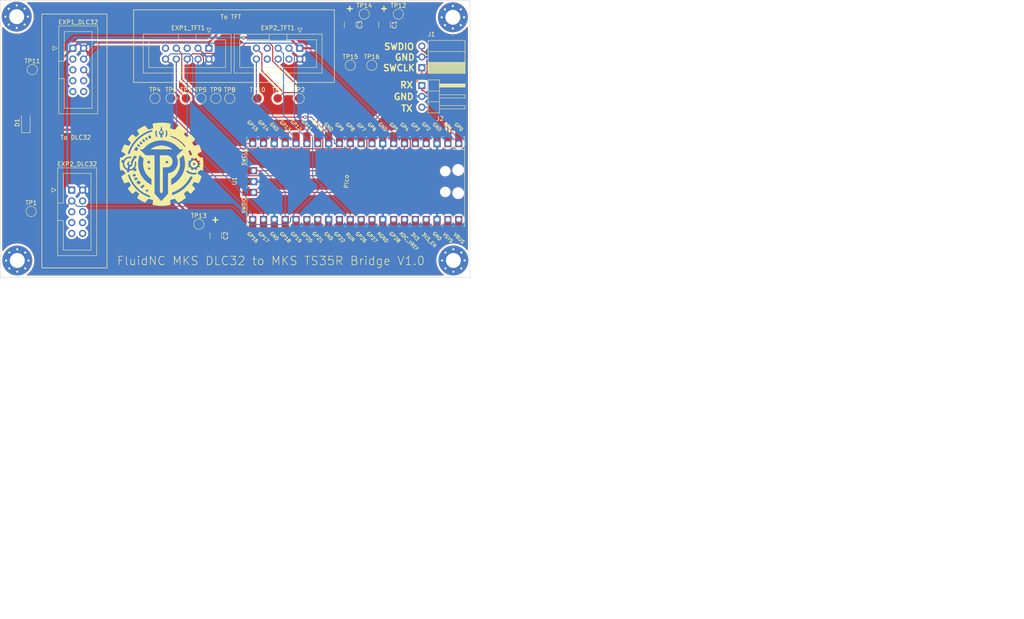
<source format=kicad_pcb>
(kicad_pcb (version 20240108) (generator "pcbnew") (generator_version "8.0")
  (layers (0 "F.Cu" signal) (31 "B.Cu" signal) (34 "B.Paste" user) (35 "F.Paste" user) (36 "B.SilkS" user "B.Silkscreen") (37 "F.SilkS" user "F.Silkscreen") (38 "B.Mask" user) (39 "F.Mask" user) (44 "Edge.Cuts" user))
  (net 0 "")
  (net 1 "+5V")
  (net 2 "GND")
  (net 4 "UART_RX")
  (net 6 "UART_TX")
  (net 11 "LCD_RS")
  (net 12 "LCD_CS")
  (net 14 "TOUCH_CS")
  (net 15 "LCD_RESET")
  (net 16 "LCD_BACKLIGHT")
  (net 18 "BEEPER")
  (net 19 "+3V3")
  (net 20 "RESET")
  (net 29 "MOSI")
  (net 33 "SCK")
  (net 34 "MISO")
  (net 35 "RX")
  (net 36 "TX")
  (net 52 "SWDIO")
  (net 53 "SWCLK")
  (net 73 "VDD")
  (footprint "TestPoint:TestPoint_Pad_D2.0mm" (layer "F.Cu") (at 127 68)
    (property "Reference" "TP6" (at 0 -1.998 0) (layer "F.SilkS"))
    (property "Value" "TestPoint")
    (pad "1" smd circle (at 0 0) (size 2 2) (layers "F.Cu" "F.Mask") (net 18 "BEEPER"))
  )
  (footprint "TestPoint:TestPoint_Pad_D2.0mm" (layer "F.Cu") (at 147.25 68)
    (property "Reference" "TP10" (at 0 -1.998 0) (layer "F.SilkS"))
    (property "Value" "TestPoint")
    (pad "1" smd circle (at 0 0) (size 2 2) (layers "F.Cu" "F.Mask") (net 34 "MISO"))
  )
  (footprint "Connector_IDC:IDC-Header_2x05_P2.54mm_Vertical" (layer "F.Cu") (at 157.16 56.25 -90)
    (property "Reference" "EXP2_TFT1" (at -4.75 5.16 180) (layer "F.SilkS"))
    (property "Value" "Conn_02x05_Odd_Even" (hide yes))
    (pad "1" thru_hole roundrect (at 0 0 270) (size 1.7 1.7) (drill 1) (layers "*.Cu" "*.Mask") (roundrect_rratio 0.1470588235) (net 19 "+3V3"))
    (pad "2" thru_hole circle (at 2.54 0 270) (size 1.7 1.7) (drill 1) (layers "*.Cu" "*.Mask") (net 2 "GND"))
    (pad "3" thru_hole circle (at 0 2.54 270) (size 1.7 1.7) (drill 1) (layers "*.Cu" "*.Mask") (net 20 "RESET"))
    (pad "4" thru_hole circle (at 2.54 2.54 270) (size 1.7 1.7) (drill 1) (layers "*.Cu" "*.Mask"))
    (pad "5" thru_hole circle (at 0 5.08 270) (size 1.7 1.7) (drill 1) (layers "*.Cu" "*.Mask") (net 29 "MOSI"))
    (pad "6" thru_hole circle (at 2.54 5.08 270) (size 1.7 1.7) (drill 1) (layers "*.Cu" "*.Mask"))
    (pad "7" thru_hole circle (at 0 7.62 270) (size 1.7 1.7) (drill 1) (layers "*.Cu" "*.Mask"))
    (pad "8" thru_hole circle (at 2.54 7.62 270) (size 1.7 1.7) (drill 1) (layers "*.Cu" "*.Mask"))
    (pad "9" thru_hole circle (at 0 10.16 270) (size 1.7 1.7) (drill 1) (layers "*.Cu" "*.Mask") (net 33 "SCK"))
    (pad "10" thru_hole circle (at 2.54 10.16 270) (size 1.7 1.7) (drill 1) (layers "*.Cu" "*.Mask") (net 34 "MISO"))
  )
  (footprint "Capacitor_SMD:C_1210_3225Metric_Pad1.33x2.70mm_HandSolder" (layer "F.Cu") (at 137.5 100.1875 -90)
    (property "Reference" "C2" (at 0 -2.3 90) (layer "F.SilkS"))
    (property "Value" "C_Polarized")
    (pad "1" smd roundrect (at -1.5625 0 270) (size 1.325 2.7) (layers "F.Cu" "F.Paste" "F.Mask") (roundrect_rratio 0.1886792453) (net 73 "VDD"))
    (pad "2" smd roundrect (at 1.5625 0 270) (size 1.325 2.7) (layers "F.Cu" "F.Paste" "F.Mask") (roundrect_rratio 0.1886792453) (net 2 "GND"))
  )
  (footprint "TestPoint:TestPoint_Pad_D2.0mm" (layer "F.Cu") (at 180.25 48.25)
    (property "Reference" "TP12" (at 0 -1.998 0) (layer "F.SilkS"))
    (property "Value" "TestPoint")
    (pad "1" smd circle (at 0 0) (size 2 2) (layers "F.Cu" "F.Mask") (net 19 "+3V3"))
  )
  (footprint "TestPoint:TestPoint_Pad_D2.0mm" (layer "F.Cu") (at 94.5 61.25)
    (property "Reference" "TP11" (at 0 -1.998 0) (layer "F.SilkS"))
    (property "Value" "TestPoint")
    (pad "1" smd circle (at 0 0) (size 2 2) (layers "F.Cu" "F.Mask") (net 2 "GND"))
  )
  (footprint "Capacitor_SMD:C_1210_3225Metric_Pad1.33x2.70mm_HandSolder" (layer "F.Cu") (at 168.9375 50.75 -90)
    (property "Reference" "C3" (at 0 -2.3 90) (layer "F.SilkS"))
    (property "Value" "C_Polarized")
    (pad "1" smd roundrect (at -1.5625 0 270) (size 1.325 2.7) (layers "F.Cu" "F.Paste" "F.Mask") (roundrect_rratio 0.1886792453) (net 1 "+5V"))
    (pad "2" smd roundrect (at 1.5625 0 270) (size 1.325 2.7) (layers "F.Cu" "F.Paste" "F.Mask") (roundrect_rratio 0.1886792453) (net 2 "GND"))
  )
  (footprint "TestPoint:TestPoint_Pad_D2.0mm" (layer "F.Cu") (at 133.5 97.5)
    (property "Reference" "TP13" (at 0 -1.998 0) (layer "F.SilkS"))
    (property "Value" "TestPoint")
    (pad "1" smd circle (at 0 0) (size 2 2) (layers "F.Cu" "F.Mask") (net 73 "VDD"))
  )
  (footprint "Connector_IDC:IDC-Header_2x05_P2.54mm_Vertical" (layer "F.Cu") (at 135.87 56.25 -90)
    (property "Reference" "EXP1_TFT1" (at -4.75 4.87 180) (layer "F.SilkS"))
    (property "Value" "Conn_02x05_Odd_Even" (hide yes))
    (pad "1" thru_hole roundrect (at 0 0 270) (size 1.7 1.7) (drill 1) (layers "*.Cu" "*.Mask") (roundrect_rratio 0.1470588235) (net 1 "+5V"))
    (pad "2" thru_hole circle (at 2.54 0 270) (size 1.7 1.7) (drill 1) (layers "*.Cu" "*.Mask") (net 2 "GND"))
    (pad "3" thru_hole circle (at 0 2.54 270) (size 1.7 1.7) (drill 1) (layers "*.Cu" "*.Mask") (net 11 "LCD_RS"))
    (pad "4" thru_hole circle (at 2.54 2.54 270) (size 1.7 1.7) (drill 1) (layers "*.Cu" "*.Mask") (net 12 "LCD_CS"))
    (pad "5" thru_hole circle (at 0 5.08 270) (size 1.7 1.7) (drill 1) (layers "*.Cu" "*.Mask"))
    (pad "6" thru_hole circle (at 2.54 5.08 270) (size 1.7 1.7) (drill 1) (layers "*.Cu" "*.Mask") (net 14 "TOUCH_CS"))
    (pad "7" thru_hole circle (at 0 7.62 270) (size 1.7 1.7) (drill 1) (layers "*.Cu" "*.Mask") (net 15 "LCD_RESET"))
    (pad "8" thru_hole circle (at 2.54 7.62 270) (size 1.7 1.7) (drill 1) (layers "*.Cu" "*.Mask") (net 16 "LCD_BACKLIGHT"))
    (pad "9" thru_hole circle (at 0 10.16 270) (size 1.7 1.7) (drill 1) (layers "*.Cu" "*.Mask"))
    (pad "10" thru_hole circle (at 2.54 10.16 270) (size 1.7 1.7) (drill 1) (layers "*.Cu" "*.Mask") (net 18 "BEEPER"))
  )
  (footprint "TestPoint:TestPoint_Pad_D2.0mm" (layer "F.Cu") (at 94.25 94.5)
    (property "Reference" "TP1" (at 0 -1.998 0) (layer "F.SilkS"))
    (property "Value" "TestPoint")
    (pad "1" smd circle (at 0 0) (size 2 2) (layers "F.Cu" "F.Mask") (net 20 "RESET"))
  )
  (footprint "Diode_SMD:D_SOD-123" (layer "F.Cu") (at 93 73.7 90)
    (property "Reference" "D1" (at 0 -2 90) (layer "F.SilkS"))
    (property "Value" "D_Schottky")
    (pad "1" smd roundrect (at -1.65 0 90) (size 0.9 1.2) (layers "F.Cu" "F.Paste" "F.Mask") (net 73 "VDD"))
    (pad "2" smd roundrect (at 1.65 0 90) (size 0.9 1.2) (layers "F.Cu" "F.Paste" "F.Mask") (net 1 "+5V"))
  )
  (footprint "TestPoint:TestPoint_Pad_D2.0mm" (layer "F.Cu") (at 123.25 68)
    (property "Reference" "TP4" (at 0 -1.998 0) (layer "F.SilkS"))
    (property "Value" "TestPoint")
    (pad "1" smd circle (at 0 0) (size 2 2) (layers "F.Cu" "F.Mask") (net 11 "LCD_RS"))
  )
  (footprint "TestPoint:TestPoint_Pad_D2.0mm" (layer "F.Cu") (at 157 68)
    (property "Reference" "TP2" (at 0 -1.998 0) (layer "F.SilkS"))
    (property "Value" "TestPoint")
    (pad "1" smd circle (at 0 0) (size 2 2) (layers "F.Cu" "F.Mask") (net 29 "MOSI"))
  )
  (footprint "MountingHole:MountingHole_3.5mm_Pad_Via" (layer "F.Cu") (at 91 106)
    (property "Reference" "Hole3" (hide yes))
    (property "Value" "MountingHole_3.5mm_Pad_Via" (hide yes))
    (pad "1" thru_hole circle (at -2.625 0) (size 0.8 0.8) (drill 0.5) (layers "*.Cu" "*.Mask"))
    (pad "1" thru_hole circle (at -1.856155 -1.856155) (size 0.8 0.8) (drill 0.5) (layers "*.Cu" "*.Mask"))
    (pad "1" thru_hole circle (at -1.856155 1.856155) (size 0.8 0.8) (drill 0.5) (layers "*.Cu" "*.Mask"))
    (pad "1" thru_hole circle (at 0 -2.625) (size 0.8 0.8) (drill 0.5) (layers "*.Cu" "*.Mask"))
    (pad "1" thru_hole circle (at 0 0) (size 7 7) (drill 3.5) (layers "*.Cu" "*.Mask"))
    (pad "1" thru_hole circle (at 0 2.625) (size 0.8 0.8) (drill 0.5) (layers "*.Cu" "*.Mask"))
    (pad "1" thru_hole circle (at 1.856155 -1.856155) (size 0.8 0.8) (drill 0.5) (layers "*.Cu" "*.Mask"))
    (pad "1" thru_hole circle (at 1.856155 1.856155) (size 0.8 0.8) (drill 0.5) (layers "*.Cu" "*.Mask"))
    (pad "1" thru_hole circle (at 2.625 0) (size 0.8 0.8) (drill 0.5) (layers "*.Cu" "*.Mask"))
  )
  (footprint "Connector_IDC:IDC-Header_2x05_P2.54mm_Vertical" (layer "F.Cu") (at 103.75 89.5)
    (property "Reference" "EXP2_DLC32" (at 1.27 -6.1 0) (layer "F.SilkS"))
    (property "Value" "Conn_02x05_Odd_Even" (hide yes))
    (pad "1" thru_hole roundrect (at 0 0) (size 1.7 1.7) (drill 1) (layers "*.Cu" "*.Mask") (roundrect_rratio 0.1470588235) (net 19 "+3V3"))
    (pad "2" thru_hole circle (at 2.54 0) (size 1.7 1.7) (drill 1) (layers "*.Cu" "*.Mask") (net 2 "GND"))
    (pad "3" thru_hole circle (at 0 2.54) (size 1.7 1.7) (drill 1) (layers "*.Cu" "*.Mask") (net 20 "RESET"))
    (pad "4" thru_hole circle (at 2.54 2.54) (size 1.7 1.7) (drill 1) (layers "*.Cu" "*.Mask"))
    (pad "5" thru_hole circle (at 0 5.08) (size 1.7 1.7) (drill 1) (layers "*.Cu" "*.Mask"))
    (pad "6" thru_hole circle (at 2.54 5.08) (size 1.7 1.7) (drill 1) (layers "*.Cu" "*.Mask"))
    (pad "7" thru_hole circle (at 0 7.62) (size 1.7 1.7) (drill 1) (layers "*.Cu" "*.Mask"))
    (pad "8" thru_hole circle (at 2.54 7.62) (size 1.7 1.7) (drill 1) (layers "*.Cu" "*.Mask"))
    (pad "9" thru_hole circle (at 0 10.16) (size 1.7 1.7) (drill 1) (layers "*.Cu" "*.Mask"))
    (pad "10" thru_hole circle (at 2.54 10.16) (size 1.7 1.7) (drill 1) (layers "*.Cu" "*.Mask"))
  )
  (footprint "TestPoint:TestPoint_Pad_D2.0mm" (layer "F.Cu") (at 172.25 48.25)
    (property "Reference" "TP14" (at 0 -1.998 0) (layer "F.SilkS"))
    (property "Value" "TestPoint")
    (pad "1" smd circle (at 0 0) (size 2 2) (layers "F.Cu" "F.Mask") (net 1 "+5V"))
  )
  (footprint "TestPoint:TestPoint_Pad_D2.0mm" (layer "F.Cu") (at 174 60.25)
    (property "Reference" "TP16" (at 0 -1.998 0) (layer "F.SilkS"))
    (property "Value" "TestPoint")
    (pad "1" smd circle (at 0 0) (size 2 2) (layers "F.Cu" "F.Mask") (net 2 "GND"))
  )
  (footprint "MountingHole:MountingHole_3.5mm_Pad_Via" (layer "F.Cu") (at 90.8562 48.8562)
    (property "Reference" "Hole4" (hide yes))
    (property "Value" "MountingHole_3.5mm_Pad_Via" (hide yes))
    (pad "1" thru_hole circle (at -2.625 0) (size 0.8 0.8) (drill 0.5) (layers "*.Cu" "*.Mask"))
    (pad "1" thru_hole circle (at -1.856155 -1.856155) (size 0.8 0.8) (drill 0.5) (layers "*.Cu" "*.Mask"))
    (pad "1" thru_hole circle (at -1.856155 1.856155) (size 0.8 0.8) (drill 0.5) (layers "*.Cu" "*.Mask"))
    (pad "1" thru_hole circle (at 0 -2.625) (size 0.8 0.8) (drill 0.5) (layers "*.Cu" "*.Mask"))
    (pad "1" thru_hole circle (at 0 0) (size 7 7) (drill 3.5) (layers "*.Cu" "*.Mask"))
    (pad "1" thru_hole circle (at 0 2.625) (size 0.8 0.8) (drill 0.5) (layers "*.Cu" "*.Mask"))
    (pad "1" thru_hole circle (at 1.856155 -1.856155) (size 0.8 0.8) (drill 0.5) (layers "*.Cu" "*.Mask"))
    (pad "1" thru_hole circle (at 1.856155 1.856155) (size 0.8 0.8) (drill 0.5) (layers "*.Cu" "*.Mask"))
    (pad "1" thru_hole circle (at 2.625 0) (size 0.8 0.8) (drill 0.5) (layers "*.Cu" "*.Mask"))
  )
  (footprint "MountingHole:MountingHole_3.5mm_Pad_Via" (layer "F.Cu") (at 193.125 106)
    (property "Reference" "GND" (hide yes))
    (property "Value" "MountingHole_3.5mm_Pad_Via" (hide yes))
    (pad "1" thru_hole circle (at -2.625 0) (size 0.8 0.8) (drill 0.5) (layers "*.Cu" "*.Mask"))
    (pad "1" thru_hole circle (at -1.856155 -1.856155) (size 0.8 0.8) (drill 0.5) (layers "*.Cu" "*.Mask"))
    (pad "1" thru_hole circle (at -1.856155 1.856155) (size 0.8 0.8) (drill 0.5) (layers "*.Cu" "*.Mask"))
    (pad "1" thru_hole circle (at 0 -2.625) (size 0.8 0.8) (drill 0.5) (layers "*.Cu" "*.Mask"))
    (pad "1" thru_hole circle (at 0 0) (size 7 7) (drill 3.5) (layers "*.Cu" "*.Mask"))
    (pad "1" thru_hole circle (at 0 2.625) (size 0.8 0.8) (drill 0.5) (layers "*.Cu" "*.Mask"))
    (pad "1" thru_hole circle (at 1.856155 -1.856155) (size 0.8 0.8) (drill 0.5) (layers "*.Cu" "*.Mask"))
    (pad "1" thru_hole circle (at 1.856155 1.856155) (size 0.8 0.8) (drill 0.5) (layers "*.Cu" "*.Mask"))
    (pad "1" thru_hole circle (at 2.625 0) (size 0.8 0.8) (drill 0.5) (layers "*.Cu" "*.Mask"))
  )
  (footprint "MountingHole:MountingHole_3.5mm_Pad_Via" (layer "F.Cu") (at 193 49)
    (property "Reference" "Hole1" (hide yes))
    (property "Value" "MountingHole_3.5mm_Pad_Via" (hide yes))
    (pad "1" thru_hole circle (at -2.625 0) (size 0.8 0.8) (drill 0.5) (layers "*.Cu" "*.Mask"))
    (pad "1" thru_hole circle (at -1.856155 -1.856155) (size 0.8 0.8) (drill 0.5) (layers "*.Cu" "*.Mask"))
    (pad "1" thru_hole circle (at -1.856155 1.856155) (size 0.8 0.8) (drill 0.5) (layers "*.Cu" "*.Mask"))
    (pad "1" thru_hole circle (at 0 -2.625) (size 0.8 0.8) (drill 0.5) (layers "*.Cu" "*.Mask"))
    (pad "1" thru_hole circle (at 0 0) (size 7 7) (drill 3.5) (layers "*.Cu" "*.Mask"))
    (pad "1" thru_hole circle (at 0 2.625) (size 0.8 0.8) (drill 0.5) (layers "*.Cu" "*.Mask"))
    (pad "1" thru_hole circle (at 1.856155 -1.856155) (size 0.8 0.8) (drill 0.5) (layers "*.Cu" "*.Mask"))
    (pad "1" thru_hole circle (at 1.856155 1.856155) (size 0.8 0.8) (drill 0.5) (layers "*.Cu" "*.Mask"))
    (pad "1" thru_hole circle (at 2.625 0) (size 0.8 0.8) (drill 0.5) (layers "*.Cu" "*.Mask"))
  )
  (footprint "TestPoint:TestPoint_Pad_D2.0mm" (layer "F.Cu") (at 140.75 68)
    (property "Reference" "TP8" (at 0 -1.998 0) (layer "F.SilkS"))
    (property "Value" "TestPoint")
    (pad "1" smd circle (at 0 0) (size 2 2) (layers "F.Cu" "F.Mask") (net 14 "TOUCH_CS"))
  )
  (footprint "TestPoint:TestPoint_Pad_D2.0mm" (layer "F.Cu") (at 130.5 68)
    (property "Reference" "TP7" (at 0 -1.998 0) (layer "F.SilkS"))
    (property "Value" "TestPoint")
    (pad "1" smd circle (at 0 0) (size 2 2) (layers "F.Cu" "F.Mask") (net 16 "LCD_BACKLIGHT"))
  )
  (footprint "TestPoint:TestPoint_Pad_D2.0mm" (layer "F.Cu") (at 134 68)
    (property "Reference" "TP5" (at 0 -1.998 0) (layer "F.SilkS"))
    (property "Value" "TestPoint")
    (pad "1" smd circle (at 0 0) (size 2 2) (layers "F.Cu" "F.Mask") (net 15 "LCD_RESET"))
  )
  (footprint "MCU_RaspberryPi_and_Boards:RPi_Pico_SMD_TH" (layer "F.Cu") (at 170.25 87.5 -90)
    (property "Reference" "U1" (at -0.14 28.4 90) (layer "F.SilkS"))
    (property "Value" "Pico" (at 0 2.159 90) (layer "F.SilkS"))
    (fp_text user "GND" (at 12.8 6.35 135) (layer "F.SilkS") (effects (font (size 0.8 0.8))))
    (fp_text user "GP28" (at 13.054 -9.144 135) (layer "F.SilkS") (effects (font (size 0.8 0.8))))
    (fp_text user "GP5" (at -12.8 -8.89 135) (layer "F.SilkS") (effects (font (size 0.8 0.8))))
    (fp_text user "GP27" (at 13.054 -3.8 135) (layer "F.SilkS") (effects (font (size 0.8 0.8))))
    (fp_text user "GND" (at -12.8 -19.05 135) (layer "F.SilkS") (effects (font (size 0.8 0.8))))
    (fp_text user "GP6" (at -12.8 -3.81 135) (layer "F.SilkS") (effects (font (size 0.8 0.8))))
    (fp_text user "GP11" (at -13.2 11.43 135) (layer "F.SilkS") (effects (font (size 0.8 0.8))))
    (fp_text user "GND" (at -12.8 19.05 135) (layer "F.SilkS") (effects (font (size 0.8 0.8))))
    (fp_text user "GP9" (at -12.8 3.81 135) (layer "F.SilkS") (effects (font (size 0.8 0.8))))
    (fp_text user "GND" (at -12.8 -6.35 135) (layer "F.SilkS") (effects (font (size 0.8 0.8))))
    (fp_text user "GP13" (at -13.054 16.51 135) (layer "F.SilkS") (effects (font (size 0.8 0.8))))
    (fp_text user "GND" (at -12.8 6.35 135) (layer "F.SilkS") (effects (font (size 0.8 0.8))))
    (fp_text user "GP14" (at -13.1 21.59 135) (layer "F.SilkS") (effects (font (size 0.8 0.8))))
    (fp_text user "GP15" (at -13.054 24.13 135) (layer "F.SilkS") (effects (font (size 0.8 0.8))))
    (fp_text user "GP0" (at -12.8 -24.13 135) (layer "F.SilkS") (effects (font (size 0.8 0.8))))
    (fp_text user "3V3" (at 12.9 -13.9 135) (layer "F.SilkS") (effects (font (size 0.8 0.8))))
    (fp_text user "SWCLK" (at -5.7 26.2 90) (layer "F.SilkS") (effects (font (size 0.8 0.8))))
    (fp_text user "GND" (at 12.8 19.05 135) (layer "F.SilkS") (effects (font (size 0.8 0.8))))
    (fp_text user "GP18" (at 13.054 16.51 135) (layer "F.SilkS") (effects (font (size 0.8 0.8))))
    (fp_text user "GP2" (at -12.9 -16.51 135) (layer "F.SilkS") (effects (font (size 0.8 0.8))))
    (fp_text user "GP4" (at -12.8 -11.43 135) (layer "F.SilkS") (effects (font (size 0.8 0.8))))
    (fp_text user "GP12" (at -13.2 13.97 135) (layer "F.SilkS") (effects (font (size 0.8 0.8))))
    (fp_text user "GP19" (at 13.054 13.97 135) (layer "F.SilkS") (effects (font (size 0.8 0.8))))
    (fp_text user "GP16" (at 13.054 24.13 135) (layer "F.SilkS") (effects (font (size 0.8 0.8))))
    (fp_text user "GP20" (at 13.054 11.43 135) (layer "F.SilkS") (effects (font (size 0.8 0.8))))
    (fp_text user "GP17" (at 13.054 21.59 135) (layer "F.SilkS") (effects (font (size 0.8 0.8))))
    (fp_text user "ADC_VREF" (at 14 -12.5 135) (layer "F.SilkS") (effects (font (size 0.8 0.8))))
    (fp_text user "GP8" (at -12.8 1.27 135) (layer "F.SilkS") (effects (font (size 0.8 0.8))))
    (fp_text user "SWDIO" (at 5.6 26.2 90) (layer "F.SilkS") (effects (font (size 0.8 0.8))))
    (fp_text user "GP26" (at 13.054 -1.27 135) (layer "F.SilkS") (effects (font (size 0.8 0.8))))
    (fp_text user "GP3" (at -12.8 -13.97 135) (layer "F.SilkS") (effects (font (size 0.8 0.8))))
    (fp_text user "VBUS" (at 13.3 -24.2 135) (layer "F.SilkS") (effects (font (size 0.8 0.8))))
    (fp_text user "GND" (at 12.8 -19.05 135) (layer "F.SilkS") (effects (font (size 0.8 0.8))))
    (fp_text user "GP7" (at -12.7 -1.3 135) (layer "F.SilkS") (effects (font (size 0.8 0.8))))
    (fp_text user "GP1" (at -12.9 -21.6 135) (layer "F.SilkS") (effects (font (size 0.8 0.8))))
    (fp_text user "3V3_EN" (at 13.7 -17.2 135) (layer "F.SilkS") (effects (font (size 0.8 0.8))))
    (fp_text user "VSYS" (at 13.2 -21.59 135) (layer "F.SilkS") (effects (font (size 0.8 0.8))))
    (fp_text user "AGND" (at 13.054 -6.35 135) (layer "F.SilkS") (effects (font (size 0.8 0.8))))
    (fp_text user "GP22" (at 13.054 3.81 135) (layer "F.SilkS") (effects (font (size 0.8 0.8))))
    (fp_text user "GP10" (at -13.054 8.89 135) (layer "F.SilkS") (effects (font (size 0.8 0.8))))
    (fp_text user "GP21" (at 13.054 8.9 135) (layer "F.SilkS") (effects (font (size 0.8 0.8))))
    (fp_text user "RUN" (at 13 1.27 135) (layer "F.SilkS") (effects (font (size 0.8 0.8))))
    (pad "" np_thru_hole oval (at -2.725 -24 270) (size 1.8 1.8) (drill 1.8) (layers "*.Cu" "*.Mask"))
    (pad "" np_thru_hole oval (at -2.425 -20.97 270) (size 1.5 1.5) (drill 1.5) (layers "*.Cu" "*.Mask"))
    (pad "" np_thru_hole oval (at 2.425 -20.97 270) (size 1.5 1.5) (drill 1.5) (layers "*.Cu" "*.Mask"))
    (pad "" np_thru_hole oval (at 2.725 -24 270) (size 1.8 1.8) (drill 1.8) (layers "*.Cu" "*.Mask"))
    (pad "1" thru_hole oval (at -8.89 -24.13 270) (size 1.7 1.7) (drill 1.02) (layers "*.Cu" "*.Mask") (net 36 "TX"))
    (pad "1" smd rect (at -8.89 -24.13 270) (size 3.5 1.7) (drill (offset -0.9 0)) (layers "F.Cu" "F.Mask") (net 36 "TX"))
    (pad "2" thru_hole oval (at -8.89 -21.59 270) (size 1.7 1.7) (drill 1.02) (layers "*.Cu" "*.Mask") (net 35 "RX"))
    (pad "2" smd rect (at -8.89 -21.59 270) (size 3.5 1.7) (drill (offset -0.9 0)) (layers "F.Cu" "F.Mask") (net 35 "RX"))
    (pad "3" thru_hole rect (at -8.89 -19.05 270) (size 1.7 1.7) (drill 1.02) (layers "*.Cu" "*.Mask") (net 2 "GND"))
    (pad "3" smd rect (at -8.89 -19.05 270) (size 3.5 1.7) (drill (offset -0.9 0)) (layers "F.Cu" "F.Mask") (net 2 "GND"))
    (pad "4" thru_hole oval (at -8.89 -16.51 270) (size 1.7 1.7) (drill 1.02) (layers "*.Cu" "*.Mask"))
    (pad "4" smd rect (at -8.89 -16.51 270) (size 3.5 1.7) (drill (offset -0.9 0)) (layers "F.Cu" "F.Mask"))
    (pad "5" thru_hole oval (at -8.89 -13.97 270) (size 1.7 1.7) (drill 1.02) (layers "*.Cu" "*.Mask"))
    (pad "5" smd rect (at -8.89 -13.97 270) (size 3.5 1.7) (drill (offset -0.9 0)) (layers "F.Cu" "F.Mask"))
    (pad "6" thru_hole oval (at -8.89 -11.43 270) (size 1.7 1.7) (drill 1.02) (layers "*.Cu" "*.Mask") (net 6 "UART_TX"))
    (pad "6" smd rect (at -8.89 -11.43 270) (size 3.5 1.7) (drill (offset -0.9 0)) (layers "F.Cu" "F.Mask") (net 6 "UART_TX"))
    (pad "7" thru_hole oval (at -8.89 -8.89 270) (size 1.7 1.7) (drill 1.02) (layers "*.Cu" "*.Mask") (net 4 "UART_RX"))
    (pad "7" smd rect (at -8.89 -8.89 270) (size 3.5 1.7) (drill (offset -0.9 0)) (layers "F.Cu" "F.Mask") (net 4 "UART_RX"))
    (pad "8" thru_hole rect (at -8.89 -6.35 270) (size 1.7 1.7) (drill 1.02) (layers "*.Cu" "*.Mask") (net 2 "GND"))
    (pad "8" smd rect (at -8.89 -6.35 270) (size 3.5 1.7) (drill (offset -0.9 0)) (layers "F.Cu" "F.Mask") (net 2 "GND"))
    (pad "9" thru_hole oval (at -8.89 -3.81 270) (size 1.7 1.7) (drill 1.02) (layers "*.Cu" "*.Mask"))
    (pad "9" smd rect (at -8.89 -3.81 270) (size 3.5 1.7) (drill (offset -0.9 0)) (layers "F.Cu" "F.Mask"))
    (pad "10" thru_hole oval (at -8.89 -1.27 270) (size 1.7 1.7) (drill 1.02) (layers "*.Cu" "*.Mask"))
    (pad "10" smd rect (at -8.89 -1.27 270) (size 3.5 1.7) (drill (offset -0.9 0)) (layers "F.Cu" "F.Mask"))
    (pad "11" thru_hole oval (at -8.89 1.27 270) (size 1.7 1.7) (drill 1.02) (layers "*.Cu" "*.Mask") (net 11 "LCD_RS"))
    (pad "11" smd rect (at -8.89 1.27 270) (size 3.5 1.7) (drill (offset -0.9 0)) (layers "F.Cu" "F.Mask") (net 11 "LCD_RS"))
    (pad "12" thru_hole oval (at -8.89 3.81 270) (size 1.7 1.7) (drill 1.02) (layers "*.Cu" "*.Mask") (net 12 "LCD_CS"))
    (pad "12" smd rect (at -8.89 3.81 270) (size 3.5 1.7) (drill (offset -0.9 0)) (layers "F.Cu" "F.Mask") (net 12 "LCD_CS"))
    (pad "13" thru_hole rect (at -8.89 6.35 270) (size 1.7 1.7) (drill 1.02) (layers "*.Cu" "*.Mask") (net 2 "GND"))
    (pad "13" smd rect (at -8.89 6.35 270) (size 3.5 1.7) (drill (offset -0.9 0)) (layers "F.Cu" "F.Mask") (net 2 "GND"))
    (pad "14" thru_hole oval (at -8.89 8.89 270) (size 1.7 1.7) (drill 1.02) (layers "*.Cu" "*.Mask") (net 33 "SCK"))
    (pad "14" smd rect (at -8.89 8.89 270) (size 3.5 1.7) (drill (offset -0.9 0)) (layers "F.Cu" "F.Mask") (net 33 "SCK"))
    (pad "15" thru_hole oval (at -8.89 11.43 270) (size 1.7 1.7) (drill 1.02) (layers "*.Cu" "*.Mask") (net 29 "MOSI"))
    (pad "15" smd rect (at -8.89 11.43 270) (size 3.5 1.7) (drill (offset -0.9 0)) (layers "F.Cu" "F.Mask") (net 29 "MOSI"))
    (pad "16" thru_hole oval (at -8.89 13.97 270) (size 1.7 1.7) (drill 1.02) (layers "*.Cu" "*.Mask") (net 34 "MISO"))
    (pad "16" smd rect (at -8.89 13.97 270) (size 3.5 1.7) (drill (offset -0.9 0)) (layers "F.Cu" "F.Mask") (net 34 "MISO"))
    (pad "17" thru_hole oval (at -8.89 16.51 270) (size 1.7 1.7) (drill 1.02) (layers "*.Cu" "*.Mask"))
    (pad "17" smd rect (at -8.89 16.51 270) (size 3.5 1.7) (drill (offset -0.9 0)) (layers "F.Cu" "F.Mask"))
    (pad "18" thru_hole rect (at -8.89 19.05 270) (size 1.7 1.7) (drill 1.02) (layers "*.Cu" "*.Mask") (net 2 "GND"))
    (pad "18" smd rect (at -8.89 19.05 270) (size 3.5 1.7) (drill (offset -0.9 0)) (layers "F.Cu" "F.Mask") (net 2 "GND"))
    (pad "19" thru_hole oval (at -8.89 21.59 270) (size 1.7 1.7) (drill 1.02) (layers "*.Cu" "*.Mask"))
    (pad "19" smd rect (at -8.89 21.59 270) (size 3.5 1.7) (drill (offset -0.9 0)) (layers "F.Cu" "F.Mask"))
    (pad "20" thru_hole oval (at -8.89 24.13 270) (size 1.7 1.7) (drill 1.02) (layers "*.Cu" "*.Mask") (net 15 "LCD_RESET"))
    (pad "20" smd rect (at -8.89 24.13 270) (size 3.5 1.7) (drill (offset -0.9 0)) (layers "F.Cu" "F.Mask") (net 15 "LCD_RESET"))
    (pad "21" thru_hole oval (at 8.89 24.13 270) (size 1.7 1.7) (drill 1.02) (layers "*.Cu" "*.Mask") (net 16 "LCD_BACKLIGHT"))
    (pad "21" smd rect (at 8.89 24.13 270) (size 3.5 1.7) (drill (offset 0.9 0)) (layers "F.Cu" "F.Mask") (net 16 "LCD_BACKLIGHT"))
    (pad "22" thru_hole oval (at 8.89 21.59 270) (size 1.7 1.7) (drill 1.02) (layers "*.Cu" "*.Mask") (net 14 "TOUCH_CS"))
    (pad "22" smd rect (at 8.89 21.59 270) (size 3.5 1.7) (drill (offset 0.9 0)) (layers "F.Cu" "F.Mask") (net 14 "TOUCH_CS"))
    (pad "23" thru_hole rect (at 8.89 19.05 270) (size 1.7 1.7) (drill 1.02) (layers "*.Cu" "*.Mask") (net 2 "GND"))
    (pad "23" smd rect (at 8.89 19.05 270) (size 3.5 1.7) (drill (offset 0.9 0)) (layers "F.Cu" "F.Mask") (net 2 "GND"))
    (pad "24" thru_hole oval (at 8.89 16.51 270) (size 1.7 1.7) (drill 1.02) (layers "*.Cu" "*.Mask") (net 18 "BEEPER"))
    (pad "24" smd rect (at 8.89 16.51 270) (size 3.5 1.7) (drill (offset 0.9 0)) (layers "F.Cu" "F.Mask") (net 18 "BEEPER"))
    (pad "25" thru_hole oval (at 8.89 13.97 270) (size 1.7 1.7) (drill 1.02) (layers "*.Cu" "*.Mask"))
    (pad "25" smd rect (at 8.89 13.97 270) (size 3.5 1.7) (drill (offset 0.9 0)) (layers "F.Cu" "F.Mask"))
    (pad "26" thru_hole oval (at 8.89 11.43 270) (size 1.7 1.7) (drill 1.02) (layers "*.Cu" "*.Mask"))
    (pad "26" smd rect (at 8.89 11.43 270) (size 3.5 1.7) (drill (offset 0.9 0)) (layers "F.Cu" "F.Mask"))
    (pad "27" thru_hole oval (at 8.89 8.89 270) (size 1.7 1.7) (drill 1.02) (layers "*.Cu" "*.Mask"))
    (pad "27" smd rect (at 8.89 8.89 270) (size 3.5 1.7) (drill (offset 0.9 0)) (layers "F.Cu" "F.Mask"))
    (pad "28" thru_hole rect (at 8.89 6.35 270) (size 1.7 1.7) (drill 1.02) (layers "*.Cu" "*.Mask") (net 2 "GND"))
    (pad "28" smd rect (at 8.89 6.35 270) (size 3.5 1.7) (drill (offset 0.9 0)) (layers "F.Cu" "F.Mask") (net 2 "GND"))
    (pad "29" thru_hole oval (at 8.89 3.81 270) (size 1.7 1.7) (drill 1.02) (layers "*.Cu" "*.Mask"))
    (pad "29" smd rect (at 8.89 3.81 270) (size 3.5 1.7) (drill (offset 0.9 0)) (layers "F.Cu" "F.Mask"))
    (pad "30" thru_hole oval (at 8.89 1.27 270) (size 1.7 1.7) (drill 1.02) (layers "*.Cu" "*.Mask") (net 20 "RESET"))
    (pad "30" smd rect (at 8.89 1.27 270) (size 3.5 1.7) (drill (offset 0.9 0)) (layers "F.Cu" "F.Mask") (net 20 "RESET"))
    (pad "31" thru_hole oval (at 8.89 -1.27 270) (size 1.7 1.7) (drill 1.02) (layers "*.Cu" "*.Mask"))
    (pad "31" smd rect (at 8.89 -1.27 270) (size 3.5 1.7) (drill (offset 0.9 0)) (layers "F.Cu" "F.Mask"))
    (pad "32" thru_hole oval (at 8.89 -3.81 270) (size 1.7 1.7) (drill 1.02) (layers "*.Cu" "*.Mask"))
    (pad "32" smd rect (at 8.89 -3.81 270) (size 3.5 1.7) (drill (offset 0.9 0)) (layers "F.Cu" "F.Mask"))
    (pad "33" thru_hole rect (at 8.89 -6.35 270) (size 1.7 1.7) (drill 1.02) (layers "*.Cu" "*.Mask") (net 2 "GND"))
    (pad "33" smd rect (at 8.89 -6.35 270) (size 3.5 1.7) (drill (offset 0.9 0)) (layers "F.Cu" "F.Mask") (net 2 "GND"))
    (pad "34" thru_hole oval (at 8.89 -8.89 270) (size 1.7 1.7) (drill 1.02) (layers "*.Cu" "*.Mask"))
    (pad "34" smd rect (at 8.89 -8.89 270) (size 3.5 1.7) (drill (offset 0.9 0)) (layers "F.Cu" "F.Mask"))
    (pad "35" thru_hole oval (at 8.89 -11.43 270) (size 1.7 1.7) (drill 1.02) (layers "*.Cu" "*.Mask"))
    (pad "35" smd rect (at 8.89 -11.43 270) (size 3.5 1.7) (drill (offset 0.9 0)) (layers "F.Cu" "F.Mask"))
    (pad "36" thru_hole oval (at 8.89 -13.97 270) (size 1.7 1.7) (drill 1.02) (layers "*.Cu" "*.Mask"))
    (pad "36" smd rect (at 8.89 -13.97 270) (size 3.5 1.7) (drill (offset 0.9 0)) (layers "F.Cu" "F.Mask"))
    (pad "37" thru_hole oval (at 8.89 -16.51 270) (size 1.7 1.7) (drill 1.02) (layers "*.Cu" "*.Mask"))
    (pad "37" smd rect (at 8.89 -16.51 270) (size 3.5 1.7) (drill (offset 0.9 0)) (layers "F.Cu" "F.Mask"))
    (pad "38" thru_hole rect (at 8.89 -19.05 270) (size 1.7 1.7) (drill 1.02) (layers "*.Cu" "*.Mask") (net 2 "GND"))
    (pad "38" smd rect (at 8.89 -19.05 270) (size 3.5 1.7) (drill (offset 0.9 0)) (layers "F.Cu" "F.Mask") (net 2 "GND"))
    (pad "39" thru_hole oval (at 8.89 -21.59 270) (size 1.7 1.7) (drill 1.02) (layers "*.Cu" "*.Mask") (net 73 "VDD"))
    (pad "39" smd rect (at 8.89 -21.59 270) (size 3.5 1.7) (drill (offset 0.9 0)) (layers "F.Cu" "F.Mask") (net 73 "VDD"))
    (pad "40" thru_hole oval (at 8.89 -24.13 270) (size 1.7 1.7) (drill 1.02) (layers "*.Cu" "*.Mask"))
    (pad "40" smd rect (at 8.89 -24.13 270) (size 3.5 1.7) (drill (offset 0.9 0)) (layers "F.Cu" "F.Mask"))
    (pad "41" thru_hole oval (at -2.54 23.9 270) (size 1.7 1.7) (drill 1.02) (layers "*.Cu" "*.Mask") (net 53 "SWCLK"))
    (pad "41" smd rect (at -2.54 23.9) (size 3.5 1.7) (drill (offset -0.9 0)) (layers "F.Cu" "F.Mask") (net 53 "SWCLK"))
    (pad "42" thru_hole rect (at 0 23.9 270) (size 1.7 1.7) (drill 1.02) (layers "*.Cu" "*.Mask") (net 2 "GND"))
    (pad "42" smd rect (at 0 23.9) (size 3.5 1.7) (drill (offset -0.9 0)) (layers "F.Cu" "F.Mask") (net 2 "GND"))
    (pad "43" thru_hole oval (at 2.54 23.9 270) (size 1.7 1.7) (drill 1.02) (layers "*.Cu" "*.Mask") (net 52 "SWDIO"))
    (pad "43" smd rect (at 2.54 23.9) (size 3.5 1.7) (drill (offset -0.9 0)) (layers "F.Cu" "F.Mask") (net 52 "SWDIO"))
  )
  (footprint "Capacitor_SMD:C_1210_3225Metric_Pad1.33x2.70mm_HandSolder" (layer "F.Cu") (at 177 50.75 -90)
    (property "Reference" "C1" (at 0 -2.3 90) (layer "F.SilkS"))
    (property "Value" "C_Polarized")
    (pad "1" smd roundrect (at -1.5625 0 270) (size 1.325 2.7) (layers "F.Cu" "F.Paste" "F.Mask") (roundrect_rratio 0.1886792453) (net 19 "+3V3"))
    (pad "2" smd roundrect (at 1.5625 0 270) (size 1.325 2.7) (layers "F.Cu" "F.Paste" "F.Mask") (roundrect_rratio 0.1886792453) (net 2 "GND"))
  )
  (footprint "Connector_PinHeader_2.54mm:PinHeader_1x03_P2.54mm_Horizontal" (layer "F.Cu") (at 185.75 65)
    (property "Reference" "J2" (at 4.25 7.75 0) (layer "F.SilkS"))
    (property "Value" "Conn_01x03_Pin")
    (pad "1" thru_hole rect (at 0 0) (size 1.7 1.7) (drill 1) (layers "*.Cu" "*.Mask") (net 35 "RX"))
    (pad "2" thru_hole oval (at 0 2.54) (size 1.7 1.7) (drill 1) (layers "*.Cu" "*.Mask") (net 2 "GND"))
    (pad "3" thru_hole oval (at 0 5.08) (size 1.7 1.7) (drill 1) (layers "*.Cu" "*.Mask") (net 36 "TX"))
  )
  (footprint "TestPoint:TestPoint_Pad_D2.0mm" (layer "F.Cu") (at 137.5 68)
    (property "Reference" "TP9" (at 0 -1.998 0) (layer "F.SilkS"))
    (property "Value" "TestPoint")
    (pad "1" smd circle (at 0 0) (size 2 2) (layers "F.Cu" "F.Mask") (net 12 "LCD_CS"))
  )
  (footprint "KiCadFootprintLib:logo_tp_zahnrad_klein" (layer "F.Cu") (at 124.75 83.5)
    (property "Reference" "G***" (hide yes))
    (property "Value" "LOGO" (hide yes))
  )
  (footprint "Connector_PinSocket_2.54mm:PinSocket_1x03_P2.54mm_Horizontal" (layer "F.Cu") (at 185.75 60.83 180)
    (property "Reference" "J1" (at -2.25 7.83 180) (layer "F.SilkS"))
    (property "Value" "Conn_01x03_Pin")
    (pad "1" thru_hole rect (at 0 0 180) (size 1.7 1.7) (drill 1) (layers "*.Cu" "*.Mask") (net 53 "SWCLK"))
    (pad "2" thru_hole oval (at 0 2.54 180) (size 1.7 1.7) (drill 1) (layers "*.Cu" "*.Mask") (net 2 "GND"))
    (pad "3" thru_hole oval (at 0 5.08 180) (size 1.7 1.7) (drill 1) (layers "*.Cu" "*.Mask") (net 52 "SWDIO"))
  )
  (footprint "TestPoint:TestPoint_Pad_D2.0mm" (layer "F.Cu") (at 169 60.25)
    (property "Reference" "TP15" (at 0 -1.998 0) (layer "F.SilkS"))
    (property "Value" "TestPoint")
    (pad "1" smd circle (at 0 0) (size 2 2) (layers "F.Cu" "F.Mask") (net 2 "GND"))
  )
  (footprint "Connector_IDC:IDC-Header_2x05_P2.54mm_Vertical" (layer "F.Cu") (at 104 56.25)
    (property "Reference" "EXP1_DLC32" (at 1.27 -6.1 0) (layer "F.SilkS"))
    (property "Value" "Conn_02x05_Odd_Even" (hide yes))
    (pad "1" thru_hole roundrect (at 0 0) (size 1.7 1.7) (drill 1) (layers "*.Cu" "*.Mask") (roundrect_rratio 0.1470588235) (net 1 "+5V"))
    (pad "2" thru_hole circle (at 2.54 0) (size 1.7 1.7) (drill 1) (layers "*.Cu" "*.Mask") (net 2 "GND"))
    (pad "3" thru_hole circle (at 0 2.54) (size 1.7 1.7) (drill 1) (layers "*.Cu" "*.Mask"))
    (pad "4" thru_hole circle (at 2.54 2.54) (size 1.7 1.7) (drill 1) (layers "*.Cu" "*.Mask") (net 4 "UART_RX"))
    (pad "5" thru_hole circle (at 0 5.08) (size 1.7 1.7) (drill 1) (layers "*.Cu" "*.Mask"))
    (pad "6" thru_hole circle (at 2.54 5.08) (size 1.7 1.7) (drill 1) (layers "*.Cu" "*.Mask") (net 6 "UART_TX"))
    (pad "7" thru_hole circle (at 0 7.62) (size 1.7 1.7) (drill 1) (layers "*.Cu" "*.Mask"))
    (pad "8" thru_hole circle (at 2.54 7.62) (size 1.7 1.7) (drill 1) (layers "*.Cu" "*.Mask"))
    (pad "9" thru_hole circle (at 0 10.16) (size 1.7 1.7) (drill 1) (layers "*.Cu" "*.Mask"))
    (pad "10" thru_hole circle (at 2.54 10.16) (size 1.7 1.7) (drill 1) (layers "*.Cu" "*.Mask"))
  )
  (footprint "TestPoint:TestPoint_Pad_D2.0mm" (layer "F.Cu") (at 152 68)
    (property "Reference" "TP3" (at 0 -1.998 0) (layer "F.SilkS"))
    (property "Value" "TestPoint")
    (pad "1" smd circle (at 0 0) (size 2 2) (layers "F.Cu" "F.Mask") (net 33 "SCK"))
  )
  (gr_rect (start 96.75 48.25) (end 112 107.75) (stroke (width 0.15)) (fill none) (layer "F.SilkS"))
  (gr_rect (start 118.25 47.25) (end 165.25 64.25) (stroke (width 0.15)) (fill none) (layer "F.SilkS"))
  (gr_line (start 197 110) (end 87 110) (stroke (width 0.1)) (layer "Edge.Cuts"))
  (gr_line (start 87 45) (end 197 45) (stroke (width 0.1)) (layer "Edge.Cuts"))
  (gr_line (start 197 45) (end 197 110) (stroke (width 0.1)) (layer "Edge.Cuts"))
  (gr_line (start 87 110) (end 87 45) (stroke (width 0.1)) (layer "Edge.Cuts"))
  (gr_text "GND" (at 179 68.5 0) (layer "F.SilkS") (effects (font (size 1.5 1.5) (thickness 0.3) (bold yes)) (justify left bottom)))
  (gr_text "To TFT" (at 138.5 49.5 0) (layer "F.SilkS") (effects (font (size 1 1)) (justify left bottom)))
  (gr_text "RX" (at 180.5 65.75 0) (layer "F.SilkS") (effects (font (size 1.5 1.5) (thickness 0.3) (bold yes)) (justify left bottom)))
  (gr_text "+" (at 167.75 47.75 0) (layer "F.SilkS") (effects (font (size 1.5 1.5) (thickness 0.3) (bold yes)) (justify left bottom)))
  (gr_text "TX" (at 180.75 71.25 0) (layer "F.SilkS") (effects (font (size 1.5 1.5) (thickness 0.3) (bold yes)) (justify left bottom)))
  (gr_text "+" (at 136.25 97.25 0) (layer "F.SilkS") (effects (font (size 1.5 1.5) (thickness 0.3) (bold yes)) (justify left bottom)))
  (gr_text "SWDIO" (at 176.75 56.75 0) (layer "F.SilkS") (effects (font (size 1.5 1.5) (thickness 0.3) (bold yes)) (justify left bottom)))
  (gr_text "FluidNC MKS DLC32 to MKS TS35R Bridge V1.0" (at 114.25 107.25 0) (layer "F.SilkS") (effects (font (size 2 2)) (justify left bottom)))
  (gr_text "SWCLK" (at 176.5 61.75 0) (layer "F.SilkS") (effects (font (size 1.5 1.5) (thickness 0.3) (bold yes)) (justify left bottom)))
  (gr_text "GND" (at 179.25 59.25 0) (layer "F.SilkS") (effects (font (size 1.5 1.5) (thickness 0.3) (bold yes)) (justify left bottom)))
  (gr_text "+" (at 175.75 47.75 0) (layer "F.SilkS") (effects (font (size 1.5 1.5) (thickness 0.3) (bold yes)) (justify left bottom)))
  (gr_text "To DLC32" (at 101 77.75 0) (layer "F.SilkS") (effects (font (size 1 1)) (justify left bottom)))
  (segment (start 135.87 54.8777) (end 105.3723 54.8777) (width 0.5) (layer "F.Cu") (net 1))
  (segment (start 93 67.25) (end 93 72.05) (width 0.5) (layer "F.Cu") (net 1))
  (segment (start 141.5602 49.1875) (end 135.87 54.8777) (width 0.5) (layer "F.Cu") (net 1))
  (segment (start 135.87 54.8777) (end 135.87 56.25) (width 0.5) (layer "F.Cu") (net 1))
  (segment (start 171.3125 49.1875) (end 168.9375 49.1875) (width 0.5) (layer "F.Cu") (net 1))
  (segment (start 168.9375 49.1875) (end 141.5602 49.1875) (width 0.5) (layer "F.Cu") (net 1))
  (segment (start 105.3723 54.8777) (end 104 56.25) (width 0.5) (layer "F.Cu") (net 1))
  (segment (start 172.25 48.25) (end 171.3125 49.1875) (width 0.5) (layer "F.Cu") (net 1))
  (segment (start 104 56.25) (end 93 67.25) (width 0.5) (layer "F.Cu") (net 1))
  (segment (start 179.14 76.1562) (end 158.0525 55.0687) (width 0.25) (layer "B.Cu") (net 4))
  (segment (start 179.14 78.61) (end 179.14 76.1562) (width 0.25) (layer "B.Cu") (net 4))
  (segment (start 110.2613 55.0687) (end 106.54 58.79) (width 0.25) (layer "B.Cu") (net 4))
  (segment (start 158.0525 55.0687) (end 110.2613 55.0687) (width 0.25) (layer "B.Cu") (net 4))
  (segment (start 181.68 78.61) (end 181.68 79.7867) (width 0.25) (layer "F.Cu") (net 6))
  (segment (start 181.68 79.7867) (end 175.33 86.1367) (width 0.25) (layer "F.Cu") (net 6))
  (segment (start 131.3467 86.1367) (end 106.54 61.33) (width 0.25) (layer "F.Cu") (net 6))
  (segment (start 175.33 86.1367) (end 131.3467 86.1367) (width 0.25) (layer "F.Cu") (net 6))
  (segment (start 150.81 59.2591) (end 162.5377 70.9868) (width 0.25) (layer "F.Cu") (net 11))
  (segment (start 142.0916 57.4442) (end 144.4661 55.0697) (width 0.25) (layer "F.Cu") (net 11))
  (segment (start 133.33 56.25) (end 134.5242 57.4442) (width 0.25) (layer "F.Cu") (net 11))
  (segment (start 150.81 55.8016) (end 150.81 59.2591) (width 0.25) (layer "F.Cu") (net 11))
  (segment (start 162.5377 70.9868) (end 162.5377 79.7867) (width 0.25) (layer "F.Cu") (net 11))
  (segment (start 134.5242 57.4442) (end 142.0916 57.4442) (width 0.25) (layer "F.Cu") (net 11))
  (segment (start 135.0367 79.7867) (end 162.5377 79.7867) (width 0.25) (layer "F.Cu") (net 11))
  (segment (start 162.5377 79.7867) (end 168.98 79.7867) (width 0.25) (layer "F.Cu") (net 11))
  (segment (start 123.25 68) (end 135.0367 79.7867) (width 0.25) (layer "F.Cu") (net 11))
  (segment (start 168.98 78.61) (end 168.98 79.7867) (width 0.25) (layer "F.Cu") (net 11))
  (segment (start 144.4661 55.0697) (end 150.0781 55.0697) (width 0.25) (layer "F.Cu") (net 11))
  (segment (start 150.0781 55.0697) (end 150.81 55.8016) (width 0.25) (layer "F.Cu") (net 11))
  (segment (start 141.901 72.401) (end 158.3417 72.401) (width 0.25) (layer "F.Cu") (net 12))
  (segment (start 133.33 58.79) (end 133.33 63.83) (width 0.25) (layer "F.Cu") (net 12))
  (segment (start 133.33 63.83) (end 137.5 68) (width 0.25) (layer "F.Cu") (net 12))
  (segment (start 137.5 68) (end 141.901 72.401) (width 0.25) (layer "F.Cu") (net 12))
  (via (at 158.3417 72.401) (size 0.8) (drill 0.4) (layers "F.Cu" "B.Cu") (net 12))
  (segment (start 165.2633 77.801) (end 159.8633 72.401) (width 0.25) (layer "B.Cu") (net 12))
  (segment (start 165.2633 78.61) (end 165.2633 77.801) (width 0.25) (layer "B.Cu") (net 12))
  (segment (start 159.8633 72.401) (end 158.3417 72.401) (width 0.25) (layer "B.Cu") (net 12))
  (segment (start 166.44 78.61) (end 165.2633 78.61) (width 0.25) (layer "B.Cu") (net 12))
  (segment (start 131.9983 57.5817) (end 133.8011 57.5817) (width 0.25) (layer "F.Cu") (net 14))
  (segment (start 133.8011 57.5817) (end 134.6 58.3806) (width 0.25) (layer "F.Cu") (net 14))
  (segment (start 130.79 58.79) (end 131.9983 57.5817) (width 0.25) (layer "F.Cu") (net 14))
  (segment (start 134.6 58.3806) (end 134.6 61.85) (width 0.25) (layer "F.Cu") (net 14))
  (segment (start 134.6 61.85) (end 140.75 68) (width 0.25) (layer "F.Cu") (net 14))
  (segment (start 130.79 77.3433) (end 130.79 58.79) (width 0.25) (layer "B.Cu") (net 14))
  (segment (start 148.66 95.2133) (end 130.79 77.3433) (width 0.25) (layer "B.Cu") (net 14))
  (segment (start 148.66 96.39) (end 148.66 95.2133) (width 0.25) (layer "B.Cu") (net 14))
  (segment (start 146.12 78.61) (end 144.61 78.61) (width 0.25) (layer "F.Cu") (net 15))
  (segment (start 129.52 57.52) (end 128.25 56.25) (width 0.25) (layer "F.Cu") (net 15))
  (segment (start 134 68) (end 129.52 63.52) (width 0.25) (layer "F.Cu") (net 15))
  (segment (start 144.61 78.61) (end 134 68) (width 0.25) (layer "F.Cu") (net 15))
  (segment (start 129.52 63.52) (end 129.52 57.52) (width 0.25) (layer "F.Cu") (net 15))
  (segment (start 128.25 65.75) (end 130.5 68) (width 0.25) (layer "F.Cu") (net 16))
  (segment (start 128.25 58.79) (end 128.25 65.75) (width 0.25) (layer "F.Cu") (net 16))
  (segment (start 146.12 96.39) (end 146.12 95.2133) (width 0.25) (layer "B.Cu") (net 16))
  (segment (start 146.12 95.2133) (end 128.25 77.3433) (width 0.25) (layer "B.Cu") (net 16))
  (segment (start 128.25 77.3433) (end 128.25 58.79) (width 0.25) (layer "B.Cu") (net 16))
  (segment (start 125.71 58.79) (end 127 60.08) (width 0.25) (layer "F.Cu") (net 18))
  (segment (start 127 60.08) (end 127 68) (width 0.25) (layer "F.Cu") (net 18))
  (segment (start 153.74 89.8814) (end 132.06 68.2014) (width 0.25) (layer "B.Cu") (net 18))
  (segment (start 132.06 58.3702) (end 131.2629 57.5731) (width 0.25) (layer "B.Cu") (net 18))
  (segment (start 132.06 68.2014) (end 132.06 58.3702) (width 0.25) (layer "B.Cu") (net 18))
  (segment (start 131.2629 57.5731) (end 126.9269 57.5731) (width 0.25) (layer "B.Cu") (net 18))
  (segment (start 153.74 96.39) (end 153.74 89.8814) (width 0.25) (layer "B.Cu") (net 18))
  (segment (start 126.9269 57.5731) (end 125.71 58.79) (width 0.25) (layer "B.Cu") (net 18))
  (segment (start 177 49.1875) (end 179.3125 49.1875) (width 0.5) (layer "F.Cu") (net 19))
  (segment (start 169.9375 56.25) (end 177 49.1875) (width 0.5) (layer "F.Cu") (net 19))
  (segment (start 157.16 56.25) (end 169.9375 56.25) (width 0.5) (layer "F.Cu") (net 19))
  (segment (start 154.6671 53.7571) (end 143.9691 53.7571) (width 0.5) (layer "F.Cu") (net 19))
  (segment (start 179.3125 49.1875) (end 180.25 48.25) (width 0.5) (layer "F.Cu") (net 19))
  (segment (start 157.16 56.25) (end 154.6671 53.7571) (width 0.5) (layer "F.Cu") (net 19))
  (via (at 143.9691 53.7571) (size 0.8) (drill 0.4) (layers "F.Cu" "B.Cu") (net 19))
  (segment (start 143.9691 53.7571) (end 104.2867 53.7571) (width 0.5) (layer "B.Cu") (net 19))
  (segment (start 102.6956 55.3482) (end 102.6956 88.4456) (width 0.5) (layer "B.Cu") (net 19))
  (segment (start 102.6956 88.4456) (end 103.75 89.5) (width 0.5) (layer "B.Cu") (net 19))
  (segment (start 104.2867 53.7571) (end 102.6956 55.3482) (width 0.5) (layer "B.Cu") (net 19))
  (segment (start 103.75 92.04) (end 101.29 94.5) (width 0.25) (layer "F.Cu") (net 20))
  (segment (start 101.29 94.5) (end 94.25 94.5) (width 0.25) (layer "F.Cu") (net 20))
  (segment (start 154.2311 97.576) (end 155.01 96.7971) (width 0.25) (layer "B.Cu") (net 20))
  (segment (start 160.1657 86.399) (end 160.1657 76.9224) (width 0.25) (layer "B.Cu") (net 20))
  (segment (start 103.75 92.04) (end 105.02 93.31) (width 0.25) (layer "B.Cu") (net 20))
  (segment (start 155.01 96.7971) (end 155.01 95.978) (width 0.25) (layer "B.Cu") (net 20))
  (segment (start 162.3774 88.6106) (end 160.1657 86.399) (width 0.25) (layer "B.Cu") (net 20))
  (segment (start 155.01 95.978) (end 162.3774 88.6106) (width 0.25) (layer "B.Cu") (net 20))
  (segment (start 141.3758 93.31) (end 145.6418 97.576) (width 0.25) (layer "B.Cu") (net 20))
  (segment (start 168.98 95.2133) (end 162.3774 88.6106) (width 0.25) (layer "B.Cu") (net 20))
  (segment (start 168.98 96.39) (end 168.98 95.2133) (width 0.25) (layer "B.Cu") (net 20))
  (segment (start 105.02 93.31) (end 141.3758 93.31) (width 0.25) (layer "B.Cu") (net 20))
  (segment (start 155.89 57.52) (end 154.62 56.25) (width 0.25) (layer "B.Cu") (net 20))
  (segment (start 145.6418 97.576) (end 154.2311 97.576) (width 0.25) (layer "B.Cu") (net 20))
  (segment (start 160.1657 76.9224) (end 155.89 72.6467) (width 0.25) (layer "B.Cu") (net 20))
  (segment (start 155.89 72.6467) (end 155.89 57.52) (width 0.25) (layer "B.Cu") (net 20))
  (segment (start 159.0684 75.3849) (end 159.0684 70.0684) (width 0.25) (layer "F.Cu") (net 29))
  (segment (start 158.82 78.61) (end 158.82 75.6333) (width 0.25) (layer "F.Cu") (net 29))
  (segment (start 158.82 75.6333) (end 159.0684 75.3849) (width 0.25) (layer "F.Cu") (net 29))
  (segment (start 159.0684 70.0684) (end 157 68) (width 0.25) (layer "F.Cu") (net 29))
  (segment (start 153.35 71.9633) (end 153.35 57.52) (width 0.25) (layer "B.Cu") (net 29))
  (segment (start 158.82 77.4333) (end 153.35 71.9633) (width 0.25) (layer "B.Cu") (net 29))
  (segment (start 158.82 78.61) (end 158.82 77.4333) (width 0.25) (layer "B.Cu") (net 29))
  (segment (start 153.35 57.52) (end 152.08 56.25) (width 0.25) (layer "B.Cu") (net 29))
  (segment (start 147 56.25) (end 148.27 57.52) (width 0.25) (layer "F.Cu") (net 33))
  (segment (start 148.27 61.5486) (end 153.3607 66.6393) (width 0.25) (layer "F.Cu") (net 33))
  (segment (start 148.27 57.52) (end 148.27 61.5486) (width 0.25) (layer "F.Cu") (net 33))
  (segment (start 153.3607 66.6393) (end 152 68) (width 0.25) (layer "F.Cu") (net 33))
  (segment (start 161.36 70.4668) (end 157.5325 66.6393) (width 0.25) (layer "F.Cu") (net 33))
  (segment (start 161.36 78.61) (end 161.36 70.4668) (width 0.25) (layer "F.Cu") (net 33))
  (segment (start 157.5325 66.6393) (end 153.3607 66.6393) (width 0.25) (layer "F.Cu") (net 33))
  (segment (start 147 58.79) (end 147 67.75) (width 0.25) (layer "F.Cu") (net 34))
  (segment (start 147 67.75) (end 147.25 68) (width 0.25) (layer "F.Cu") (net 34))
  (segment (start 156.28 78.61) (end 156.28 77.4333) (width 0.25) (layer "B.Cu") (net 34))
  (segment (start 156.28 77.4333) (end 147 68.1533) (width 0.25) (layer "B.Cu") (net 34))
  (segment (start 147 68.1533) (end 147 58.79) (width 0.25) (layer "B.Cu") (net 34))
  (segment (start 186.1177 66.1767) (end 191.84 71.899) (width 0.25) (layer "F.Cu") (net 35))
  (segment (start 185.75 66.1767) (end 186.1177 66.1767) (width 0.25) (layer "F.Cu") (net 35))
  (segment (start 191.84 71.899) (end 191.84 78.61) (width 0.25) (layer "F.Cu") (net 35))
  (segment (start 185.75 65) (end 185.75 66.1767) (width 0.25) (layer "F.Cu") (net 35))
  (segment (start 185.75 70.08) (end 186.9267 70.08) (width 0.25) (layer "B.Cu") (net 36))
  (segment (start 186.9267 70.08) (end 194.28 77.4333) (width 0.25) (layer "B.Cu") (net 36))
  (segment (start 194.38 78.61) (end 194.38 77.4333) (width 0.25) (layer "B.Cu") (net 36))
  (segment (start 194.28 77.4333) (end 194.38 77.4333) (width 0.25) (layer "B.Cu") (net 36))
  (segment (start 185.151 63.6624) (end 184.9255 63.6624) (width 0.25) (layer "F.Cu") (net 52))
  (segment (start 185.75 56.9267) (end 186.1178 56.9267) (width 0.25) (layer "F.Cu") (net 52))
  (segment (start 185.75 55.75) (end 185.75 56.9267) (width 0.25) (layer "F.Cu") (net 52))
  (segment (start 183.0433 79.4593) (end 172.4626 90.04) (width 0.25) (layer "F.Cu") (net 52))
  (segment (start 183.0433 65.5446) (end 183.0433 79.4593) (width 0.25) (layer "F.Cu") (net 52))
  (segment (start 172.4626 90.04) (end 146.35 90.04) (width 0.25) (layer "F.Cu") (net 52))
  (segment (start 184.9255 63.6624) (end 183.0433 65.5446) (width 0.25) (layer "F.Cu") (net 52))
  (segment (start 186.1178 56.9267) (end 186.9267 57.7356) (width 0.25) (layer "F.Cu") (net 52))
  (segment (start 186.9267 61.8867) (end 185.151 63.6624) (width 0.25) (layer "F.Cu") (net 52))
  (segment (start 186.9267 57.7356) (end 186.9267 61.8867) (width 0.25) (layer "F.Cu") (net 52))
  (segment (start 172.8821 74.8746) (end 172.8821 79.4153) (width 0.25) (layer "F.Cu") (net 53))
  (segment (start 185.75 62.0067) (end 172.8821 74.8746) (width 0.25) (layer "F.Cu") (net 53))
  (segment (start 167.3374 84.96) (end 146.35 84.96) (width 0.25) (layer "F.Cu") (net 53))
  (segment (start 185.75 60.83) (end 185.75 62.0067) (width 0.25) (layer "F.Cu") (net 53))
  (segment (start 172.8821 79.4153) (end 167.3374 84.96) (width 0.25) (layer "F.Cu") (net 53))
  (segment (start 133.5 97.5) (end 111.35 75.35) (width 0.5) (layer "F.Cu") (net 73))
  (segment (start 111.35 75.35) (end 93 75.35) (width 0.5) (layer "F.Cu") (net 73))
  (segment (start 137.5 98.625) (end 138.3667 99.4917) (width 0.5) (layer "F.Cu") (net 73))
  (segment (start 191.84 96.39) (end 191.84 99.4917) (width 0.5) (layer "F.Cu") (net 73))
  (segment (start 138.3667 99.4917) (end 191.84 99.4917) (width 0.5) (layer "F.Cu") (net 73))
  (segment (start 136.375 97.5) (end 137.5 98.625) (width 0.5) (layer "F.Cu") (net 73))
  (segment (start 133.5 97.5) (end 136.375 97.5) (width 0.5) (layer "F.Cu") (net 73))
  (zone (net 2) (net_name "GND") (layers "F&B.Cu") (connect_pads (clearance 0.5)) (min_thickness 0.25) (fill yes (thermal_gap 0.5) (thermal_bridge_width 0.5))
    (polygon (pts (xy 87.5 45.5) (xy 196.5 45.5) (xy 196.5 109.5) (xy 87.5 109.5)))
  )
)
</source>
